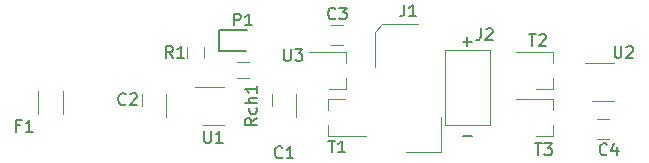
<source format=gto>
G04 #@! TF.GenerationSoftware,KiCad,Pcbnew,(5.1.6)-1*
G04 #@! TF.CreationDate,2020-10-13T20:39:59+02:00*
G04 #@! TF.ProjectId,ChargerModule,43686172-6765-4724-9d6f-64756c652e6b,00*
G04 #@! TF.SameCoordinates,PX5f5e100PY5f5e100*
G04 #@! TF.FileFunction,Legend,Top*
G04 #@! TF.FilePolarity,Positive*
%FSLAX46Y46*%
G04 Gerber Fmt 4.6, Leading zero omitted, Abs format (unit mm)*
G04 Created by KiCad (PCBNEW (5.1.6)-1) date 2020-10-13 20:39:59*
%MOMM*%
%LPD*%
G01*
G04 APERTURE LIST*
%ADD10C,0.150000*%
%ADD11C,0.120000*%
G04 APERTURE END LIST*
D10*
X54619047Y-11571428D02*
X55380952Y-11571428D01*
X54619047Y-3571428D02*
X55380952Y-3571428D01*
X55000000Y-3952380D02*
X55000000Y-3190476D01*
D11*
X56905000Y-4325000D02*
X56905000Y-10675000D01*
X56905000Y-10675000D02*
X53095000Y-10675000D01*
X53095000Y-10675000D02*
X53095000Y-4325000D01*
X53095000Y-4325000D02*
X56905000Y-4325000D01*
X47800000Y-2075000D02*
X50800000Y-2075000D01*
X52800000Y-9965000D02*
X52800000Y-12965000D01*
X47200000Y-2725000D02*
X47200000Y-5725000D01*
X49800000Y-12965000D02*
X52800000Y-12965000D01*
X47200000Y-2725000D02*
X47800000Y-2075000D01*
X62260000Y-7580000D02*
X62260000Y-6650000D01*
X62260000Y-4420000D02*
X62260000Y-5350000D01*
X62260000Y-4420000D02*
X59100000Y-4420000D01*
X62260000Y-7580000D02*
X60800000Y-7580000D01*
X44500000Y-2150000D02*
X43500000Y-2150000D01*
X43500000Y-3850000D02*
X44500000Y-3850000D01*
X44760000Y-7580000D02*
X44760000Y-6650000D01*
X44760000Y-4420000D02*
X44760000Y-5350000D01*
X44760000Y-4420000D02*
X41600000Y-4420000D01*
X44760000Y-7580000D02*
X43300000Y-7580000D01*
X43240000Y-8420000D02*
X43240000Y-9350000D01*
X43240000Y-11580000D02*
X43240000Y-10650000D01*
X43240000Y-11580000D02*
X46400000Y-11580000D01*
X43240000Y-8420000D02*
X44700000Y-8420000D01*
X62260000Y-11580000D02*
X62260000Y-10650000D01*
X62260000Y-8420000D02*
X62260000Y-9350000D01*
X62260000Y-8420000D02*
X59100000Y-8420000D01*
X62260000Y-11580000D02*
X60800000Y-11580000D01*
X67000000Y-10150000D02*
X66000000Y-10150000D01*
X66000000Y-11850000D02*
X67000000Y-11850000D01*
X67400000Y-5390000D02*
X64950000Y-5390000D01*
X65600000Y-8610000D02*
X67400000Y-8610000D01*
X29520000Y-10000000D02*
X29520000Y-8000000D01*
X27480000Y-8000000D02*
X27480000Y-9000000D01*
X40520000Y-10000000D02*
X40520000Y-8000000D01*
X38480000Y-8000000D02*
X38480000Y-9000000D01*
D10*
X34000000Y-2600000D02*
X34000000Y-4400000D01*
X35900000Y-4400000D02*
X35950000Y-4400000D01*
X34000000Y-4400000D02*
X36300000Y-4400000D01*
X34000000Y-2600000D02*
X36350000Y-2600000D01*
D11*
X32680000Y-4000000D02*
X32680000Y-5000000D01*
X31320000Y-5000000D02*
X31320000Y-4000000D01*
X36500000Y-6680000D02*
X35500000Y-6680000D01*
X35500000Y-5320000D02*
X36500000Y-5320000D01*
X34400000Y-7390000D02*
X31950000Y-7390000D01*
X32600000Y-10610000D02*
X34400000Y-10610000D01*
X20820000Y-7750000D02*
X20820000Y-9750000D01*
X18680000Y-9750000D02*
X18680000Y-7750000D01*
D10*
X56166666Y-2452380D02*
X56166666Y-3166666D01*
X56119047Y-3309523D01*
X56023809Y-3404761D01*
X55880952Y-3452380D01*
X55785714Y-3452380D01*
X56595238Y-2547619D02*
X56642857Y-2500000D01*
X56738095Y-2452380D01*
X56976190Y-2452380D01*
X57071428Y-2500000D01*
X57119047Y-2547619D01*
X57166666Y-2642857D01*
X57166666Y-2738095D01*
X57119047Y-2880952D01*
X56547619Y-3452380D01*
X57166666Y-3452380D01*
X49666666Y-452380D02*
X49666666Y-1166666D01*
X49619047Y-1309523D01*
X49523809Y-1404761D01*
X49380952Y-1452380D01*
X49285714Y-1452380D01*
X50666666Y-1452380D02*
X50095238Y-1452380D01*
X50380952Y-1452380D02*
X50380952Y-452380D01*
X50285714Y-595238D01*
X50190476Y-690476D01*
X50095238Y-738095D01*
X60238095Y-2952380D02*
X60809523Y-2952380D01*
X60523809Y-3952380D02*
X60523809Y-2952380D01*
X61095238Y-3047619D02*
X61142857Y-3000000D01*
X61238095Y-2952380D01*
X61476190Y-2952380D01*
X61571428Y-3000000D01*
X61619047Y-3047619D01*
X61666666Y-3142857D01*
X61666666Y-3238095D01*
X61619047Y-3380952D01*
X61047619Y-3952380D01*
X61666666Y-3952380D01*
X43833333Y-1607142D02*
X43785714Y-1654761D01*
X43642857Y-1702380D01*
X43547619Y-1702380D01*
X43404761Y-1654761D01*
X43309523Y-1559523D01*
X43261904Y-1464285D01*
X43214285Y-1273809D01*
X43214285Y-1130952D01*
X43261904Y-940476D01*
X43309523Y-845238D01*
X43404761Y-750000D01*
X43547619Y-702380D01*
X43642857Y-702380D01*
X43785714Y-750000D01*
X43833333Y-797619D01*
X44166666Y-702380D02*
X44785714Y-702380D01*
X44452380Y-1083333D01*
X44595238Y-1083333D01*
X44690476Y-1130952D01*
X44738095Y-1178571D01*
X44785714Y-1273809D01*
X44785714Y-1511904D01*
X44738095Y-1607142D01*
X44690476Y-1654761D01*
X44595238Y-1702380D01*
X44309523Y-1702380D01*
X44214285Y-1654761D01*
X44166666Y-1607142D01*
X39488095Y-4202380D02*
X39488095Y-5011904D01*
X39535714Y-5107142D01*
X39583333Y-5154761D01*
X39678571Y-5202380D01*
X39869047Y-5202380D01*
X39964285Y-5154761D01*
X40011904Y-5107142D01*
X40059523Y-5011904D01*
X40059523Y-4202380D01*
X40440476Y-4202380D02*
X41059523Y-4202380D01*
X40726190Y-4583333D01*
X40869047Y-4583333D01*
X40964285Y-4630952D01*
X41011904Y-4678571D01*
X41059523Y-4773809D01*
X41059523Y-5011904D01*
X41011904Y-5107142D01*
X40964285Y-5154761D01*
X40869047Y-5202380D01*
X40583333Y-5202380D01*
X40488095Y-5154761D01*
X40440476Y-5107142D01*
X43238095Y-11952380D02*
X43809523Y-11952380D01*
X43523809Y-12952380D02*
X43523809Y-11952380D01*
X44666666Y-12952380D02*
X44095238Y-12952380D01*
X44380952Y-12952380D02*
X44380952Y-11952380D01*
X44285714Y-12095238D01*
X44190476Y-12190476D01*
X44095238Y-12238095D01*
X60738095Y-12202380D02*
X61309523Y-12202380D01*
X61023809Y-13202380D02*
X61023809Y-12202380D01*
X61547619Y-12202380D02*
X62166666Y-12202380D01*
X61833333Y-12583333D01*
X61976190Y-12583333D01*
X62071428Y-12630952D01*
X62119047Y-12678571D01*
X62166666Y-12773809D01*
X62166666Y-13011904D01*
X62119047Y-13107142D01*
X62071428Y-13154761D01*
X61976190Y-13202380D01*
X61690476Y-13202380D01*
X61595238Y-13154761D01*
X61547619Y-13107142D01*
X66833333Y-13107142D02*
X66785714Y-13154761D01*
X66642857Y-13202380D01*
X66547619Y-13202380D01*
X66404761Y-13154761D01*
X66309523Y-13059523D01*
X66261904Y-12964285D01*
X66214285Y-12773809D01*
X66214285Y-12630952D01*
X66261904Y-12440476D01*
X66309523Y-12345238D01*
X66404761Y-12250000D01*
X66547619Y-12202380D01*
X66642857Y-12202380D01*
X66785714Y-12250000D01*
X66833333Y-12297619D01*
X67690476Y-12535714D02*
X67690476Y-13202380D01*
X67452380Y-12154761D02*
X67214285Y-12869047D01*
X67833333Y-12869047D01*
X67488095Y-3952380D02*
X67488095Y-4761904D01*
X67535714Y-4857142D01*
X67583333Y-4904761D01*
X67678571Y-4952380D01*
X67869047Y-4952380D01*
X67964285Y-4904761D01*
X68011904Y-4857142D01*
X68059523Y-4761904D01*
X68059523Y-3952380D01*
X68488095Y-4047619D02*
X68535714Y-4000000D01*
X68630952Y-3952380D01*
X68869047Y-3952380D01*
X68964285Y-4000000D01*
X69011904Y-4047619D01*
X69059523Y-4142857D01*
X69059523Y-4238095D01*
X69011904Y-4380952D01*
X68440476Y-4952380D01*
X69059523Y-4952380D01*
X26083333Y-8857142D02*
X26035714Y-8904761D01*
X25892857Y-8952380D01*
X25797619Y-8952380D01*
X25654761Y-8904761D01*
X25559523Y-8809523D01*
X25511904Y-8714285D01*
X25464285Y-8523809D01*
X25464285Y-8380952D01*
X25511904Y-8190476D01*
X25559523Y-8095238D01*
X25654761Y-8000000D01*
X25797619Y-7952380D01*
X25892857Y-7952380D01*
X26035714Y-8000000D01*
X26083333Y-8047619D01*
X26464285Y-8047619D02*
X26511904Y-8000000D01*
X26607142Y-7952380D01*
X26845238Y-7952380D01*
X26940476Y-8000000D01*
X26988095Y-8047619D01*
X27035714Y-8142857D01*
X27035714Y-8238095D01*
X26988095Y-8380952D01*
X26416666Y-8952380D01*
X27035714Y-8952380D01*
X39333333Y-13357142D02*
X39285714Y-13404761D01*
X39142857Y-13452380D01*
X39047619Y-13452380D01*
X38904761Y-13404761D01*
X38809523Y-13309523D01*
X38761904Y-13214285D01*
X38714285Y-13023809D01*
X38714285Y-12880952D01*
X38761904Y-12690476D01*
X38809523Y-12595238D01*
X38904761Y-12500000D01*
X39047619Y-12452380D01*
X39142857Y-12452380D01*
X39285714Y-12500000D01*
X39333333Y-12547619D01*
X40285714Y-13452380D02*
X39714285Y-13452380D01*
X40000000Y-13452380D02*
X40000000Y-12452380D01*
X39904761Y-12595238D01*
X39809523Y-12690476D01*
X39714285Y-12738095D01*
X35261904Y-2202380D02*
X35261904Y-1202380D01*
X35642857Y-1202380D01*
X35738095Y-1250000D01*
X35785714Y-1297619D01*
X35833333Y-1392857D01*
X35833333Y-1535714D01*
X35785714Y-1630952D01*
X35738095Y-1678571D01*
X35642857Y-1726190D01*
X35261904Y-1726190D01*
X36785714Y-2202380D02*
X36214285Y-2202380D01*
X36500000Y-2202380D02*
X36500000Y-1202380D01*
X36404761Y-1345238D01*
X36309523Y-1440476D01*
X36214285Y-1488095D01*
X30083333Y-4952380D02*
X29750000Y-4476190D01*
X29511904Y-4952380D02*
X29511904Y-3952380D01*
X29892857Y-3952380D01*
X29988095Y-4000000D01*
X30035714Y-4047619D01*
X30083333Y-4142857D01*
X30083333Y-4285714D01*
X30035714Y-4380952D01*
X29988095Y-4428571D01*
X29892857Y-4476190D01*
X29511904Y-4476190D01*
X31035714Y-4952380D02*
X30464285Y-4952380D01*
X30750000Y-4952380D02*
X30750000Y-3952380D01*
X30654761Y-4095238D01*
X30559523Y-4190476D01*
X30464285Y-4238095D01*
X37202380Y-10047619D02*
X36726190Y-10380952D01*
X37202380Y-10619047D02*
X36202380Y-10619047D01*
X36202380Y-10238095D01*
X36250000Y-10142857D01*
X36297619Y-10095238D01*
X36392857Y-10047619D01*
X36535714Y-10047619D01*
X36630952Y-10095238D01*
X36678571Y-10142857D01*
X36726190Y-10238095D01*
X36726190Y-10619047D01*
X37154761Y-9190476D02*
X37202380Y-9285714D01*
X37202380Y-9476190D01*
X37154761Y-9571428D01*
X37107142Y-9619047D01*
X37011904Y-9666666D01*
X36726190Y-9666666D01*
X36630952Y-9619047D01*
X36583333Y-9571428D01*
X36535714Y-9476190D01*
X36535714Y-9285714D01*
X36583333Y-9190476D01*
X37202380Y-8761904D02*
X36202380Y-8761904D01*
X37202380Y-8333333D02*
X36678571Y-8333333D01*
X36583333Y-8380952D01*
X36535714Y-8476190D01*
X36535714Y-8619047D01*
X36583333Y-8714285D01*
X36630952Y-8761904D01*
X37202380Y-7333333D02*
X37202380Y-7904761D01*
X37202380Y-7619047D02*
X36202380Y-7619047D01*
X36345238Y-7714285D01*
X36440476Y-7809523D01*
X36488095Y-7904761D01*
X32738095Y-11152380D02*
X32738095Y-11961904D01*
X32785714Y-12057142D01*
X32833333Y-12104761D01*
X32928571Y-12152380D01*
X33119047Y-12152380D01*
X33214285Y-12104761D01*
X33261904Y-12057142D01*
X33309523Y-11961904D01*
X33309523Y-11152380D01*
X34309523Y-12152380D02*
X33738095Y-12152380D01*
X34023809Y-12152380D02*
X34023809Y-11152380D01*
X33928571Y-11295238D01*
X33833333Y-11390476D01*
X33738095Y-11438095D01*
X17166666Y-10678571D02*
X16833333Y-10678571D01*
X16833333Y-11202380D02*
X16833333Y-10202380D01*
X17309523Y-10202380D01*
X18214285Y-11202380D02*
X17642857Y-11202380D01*
X17928571Y-11202380D02*
X17928571Y-10202380D01*
X17833333Y-10345238D01*
X17738095Y-10440476D01*
X17642857Y-10488095D01*
M02*

</source>
